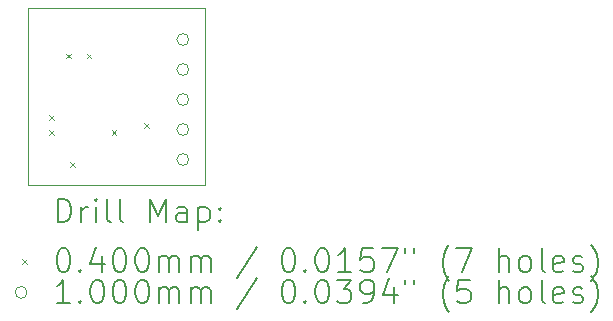
<source format=gbr>
%TF.GenerationSoftware,KiCad,Pcbnew,7.0.9*%
%TF.CreationDate,2023-11-12T22:26:37-08:00*%
%TF.ProjectId,TimeRecordingButton,54696d65-5265-4636-9f72-64696e674275,rev?*%
%TF.SameCoordinates,Original*%
%TF.FileFunction,Drillmap*%
%TF.FilePolarity,Positive*%
%FSLAX45Y45*%
G04 Gerber Fmt 4.5, Leading zero omitted, Abs format (unit mm)*
G04 Created by KiCad (PCBNEW 7.0.9) date 2023-11-12 22:26:37*
%MOMM*%
%LPD*%
G01*
G04 APERTURE LIST*
%ADD10C,0.100000*%
%ADD11C,0.200000*%
G04 APERTURE END LIST*
D10*
X9966812Y-10201863D02*
X11466812Y-10201863D01*
X11466812Y-11701863D01*
X9966812Y-11701863D01*
X9966812Y-10201863D01*
D11*
D10*
X10147743Y-11109364D02*
X10187743Y-11149364D01*
X10187743Y-11109364D02*
X10147743Y-11149364D01*
X10147743Y-11236364D02*
X10187743Y-11276364D01*
X10187743Y-11236364D02*
X10147743Y-11276364D01*
X10294420Y-10588604D02*
X10334420Y-10628604D01*
X10334420Y-10588604D02*
X10294420Y-10628604D01*
X10329862Y-11510452D02*
X10369862Y-11550452D01*
X10369862Y-11510452D02*
X10329862Y-11550452D01*
X10466920Y-10588604D02*
X10506920Y-10628604D01*
X10506920Y-10588604D02*
X10466920Y-10628604D01*
X10678042Y-11236364D02*
X10718042Y-11276364D01*
X10718042Y-11236364D02*
X10678042Y-11276364D01*
X10953549Y-11176296D02*
X10993549Y-11216296D01*
X10993549Y-11176296D02*
X10953549Y-11216296D01*
X11331230Y-10469402D02*
G75*
G03*
X11331230Y-10469402I-50000J0D01*
G01*
X11331230Y-10723402D02*
G75*
G03*
X11331230Y-10723402I-50000J0D01*
G01*
X11331230Y-10977402D02*
G75*
G03*
X11331230Y-10977402I-50000J0D01*
G01*
X11331230Y-11231402D02*
G75*
G03*
X11331230Y-11231402I-50000J0D01*
G01*
X11331230Y-11485402D02*
G75*
G03*
X11331230Y-11485402I-50000J0D01*
G01*
D11*
X10222589Y-12018346D02*
X10222589Y-11818346D01*
X10222589Y-11818346D02*
X10270208Y-11818346D01*
X10270208Y-11818346D02*
X10298779Y-11827870D01*
X10298779Y-11827870D02*
X10317827Y-11846918D01*
X10317827Y-11846918D02*
X10327351Y-11865965D01*
X10327351Y-11865965D02*
X10336875Y-11904061D01*
X10336875Y-11904061D02*
X10336875Y-11932632D01*
X10336875Y-11932632D02*
X10327351Y-11970727D01*
X10327351Y-11970727D02*
X10317827Y-11989775D01*
X10317827Y-11989775D02*
X10298779Y-12008823D01*
X10298779Y-12008823D02*
X10270208Y-12018346D01*
X10270208Y-12018346D02*
X10222589Y-12018346D01*
X10422589Y-12018346D02*
X10422589Y-11885013D01*
X10422589Y-11923108D02*
X10432113Y-11904061D01*
X10432113Y-11904061D02*
X10441637Y-11894537D01*
X10441637Y-11894537D02*
X10460684Y-11885013D01*
X10460684Y-11885013D02*
X10479732Y-11885013D01*
X10546398Y-12018346D02*
X10546398Y-11885013D01*
X10546398Y-11818346D02*
X10536875Y-11827870D01*
X10536875Y-11827870D02*
X10546398Y-11837394D01*
X10546398Y-11837394D02*
X10555922Y-11827870D01*
X10555922Y-11827870D02*
X10546398Y-11818346D01*
X10546398Y-11818346D02*
X10546398Y-11837394D01*
X10670208Y-12018346D02*
X10651160Y-12008823D01*
X10651160Y-12008823D02*
X10641637Y-11989775D01*
X10641637Y-11989775D02*
X10641637Y-11818346D01*
X10774970Y-12018346D02*
X10755922Y-12008823D01*
X10755922Y-12008823D02*
X10746398Y-11989775D01*
X10746398Y-11989775D02*
X10746398Y-11818346D01*
X11003541Y-12018346D02*
X11003541Y-11818346D01*
X11003541Y-11818346D02*
X11070208Y-11961203D01*
X11070208Y-11961203D02*
X11136875Y-11818346D01*
X11136875Y-11818346D02*
X11136875Y-12018346D01*
X11317827Y-12018346D02*
X11317827Y-11913584D01*
X11317827Y-11913584D02*
X11308303Y-11894537D01*
X11308303Y-11894537D02*
X11289256Y-11885013D01*
X11289256Y-11885013D02*
X11251160Y-11885013D01*
X11251160Y-11885013D02*
X11232113Y-11894537D01*
X11317827Y-12008823D02*
X11298779Y-12018346D01*
X11298779Y-12018346D02*
X11251160Y-12018346D01*
X11251160Y-12018346D02*
X11232113Y-12008823D01*
X11232113Y-12008823D02*
X11222589Y-11989775D01*
X11222589Y-11989775D02*
X11222589Y-11970727D01*
X11222589Y-11970727D02*
X11232113Y-11951680D01*
X11232113Y-11951680D02*
X11251160Y-11942156D01*
X11251160Y-11942156D02*
X11298779Y-11942156D01*
X11298779Y-11942156D02*
X11317827Y-11932632D01*
X11413065Y-11885013D02*
X11413065Y-12085013D01*
X11413065Y-11894537D02*
X11432113Y-11885013D01*
X11432113Y-11885013D02*
X11470208Y-11885013D01*
X11470208Y-11885013D02*
X11489256Y-11894537D01*
X11489256Y-11894537D02*
X11498779Y-11904061D01*
X11498779Y-11904061D02*
X11508303Y-11923108D01*
X11508303Y-11923108D02*
X11508303Y-11980251D01*
X11508303Y-11980251D02*
X11498779Y-11999299D01*
X11498779Y-11999299D02*
X11489256Y-12008823D01*
X11489256Y-12008823D02*
X11470208Y-12018346D01*
X11470208Y-12018346D02*
X11432113Y-12018346D01*
X11432113Y-12018346D02*
X11413065Y-12008823D01*
X11594017Y-11999299D02*
X11603541Y-12008823D01*
X11603541Y-12008823D02*
X11594017Y-12018346D01*
X11594017Y-12018346D02*
X11584494Y-12008823D01*
X11584494Y-12008823D02*
X11594017Y-11999299D01*
X11594017Y-11999299D02*
X11594017Y-12018346D01*
X11594017Y-11894537D02*
X11603541Y-11904061D01*
X11603541Y-11904061D02*
X11594017Y-11913584D01*
X11594017Y-11913584D02*
X11584494Y-11904061D01*
X11584494Y-11904061D02*
X11594017Y-11894537D01*
X11594017Y-11894537D02*
X11594017Y-11913584D01*
D10*
X9921812Y-12326863D02*
X9961812Y-12366863D01*
X9961812Y-12326863D02*
X9921812Y-12366863D01*
D11*
X10260684Y-12238346D02*
X10279732Y-12238346D01*
X10279732Y-12238346D02*
X10298779Y-12247870D01*
X10298779Y-12247870D02*
X10308303Y-12257394D01*
X10308303Y-12257394D02*
X10317827Y-12276442D01*
X10317827Y-12276442D02*
X10327351Y-12314537D01*
X10327351Y-12314537D02*
X10327351Y-12362156D01*
X10327351Y-12362156D02*
X10317827Y-12400251D01*
X10317827Y-12400251D02*
X10308303Y-12419299D01*
X10308303Y-12419299D02*
X10298779Y-12428823D01*
X10298779Y-12428823D02*
X10279732Y-12438346D01*
X10279732Y-12438346D02*
X10260684Y-12438346D01*
X10260684Y-12438346D02*
X10241637Y-12428823D01*
X10241637Y-12428823D02*
X10232113Y-12419299D01*
X10232113Y-12419299D02*
X10222589Y-12400251D01*
X10222589Y-12400251D02*
X10213065Y-12362156D01*
X10213065Y-12362156D02*
X10213065Y-12314537D01*
X10213065Y-12314537D02*
X10222589Y-12276442D01*
X10222589Y-12276442D02*
X10232113Y-12257394D01*
X10232113Y-12257394D02*
X10241637Y-12247870D01*
X10241637Y-12247870D02*
X10260684Y-12238346D01*
X10413065Y-12419299D02*
X10422589Y-12428823D01*
X10422589Y-12428823D02*
X10413065Y-12438346D01*
X10413065Y-12438346D02*
X10403541Y-12428823D01*
X10403541Y-12428823D02*
X10413065Y-12419299D01*
X10413065Y-12419299D02*
X10413065Y-12438346D01*
X10594018Y-12305013D02*
X10594018Y-12438346D01*
X10546398Y-12228823D02*
X10498779Y-12371680D01*
X10498779Y-12371680D02*
X10622589Y-12371680D01*
X10736875Y-12238346D02*
X10755922Y-12238346D01*
X10755922Y-12238346D02*
X10774970Y-12247870D01*
X10774970Y-12247870D02*
X10784494Y-12257394D01*
X10784494Y-12257394D02*
X10794018Y-12276442D01*
X10794018Y-12276442D02*
X10803541Y-12314537D01*
X10803541Y-12314537D02*
X10803541Y-12362156D01*
X10803541Y-12362156D02*
X10794018Y-12400251D01*
X10794018Y-12400251D02*
X10784494Y-12419299D01*
X10784494Y-12419299D02*
X10774970Y-12428823D01*
X10774970Y-12428823D02*
X10755922Y-12438346D01*
X10755922Y-12438346D02*
X10736875Y-12438346D01*
X10736875Y-12438346D02*
X10717827Y-12428823D01*
X10717827Y-12428823D02*
X10708303Y-12419299D01*
X10708303Y-12419299D02*
X10698779Y-12400251D01*
X10698779Y-12400251D02*
X10689256Y-12362156D01*
X10689256Y-12362156D02*
X10689256Y-12314537D01*
X10689256Y-12314537D02*
X10698779Y-12276442D01*
X10698779Y-12276442D02*
X10708303Y-12257394D01*
X10708303Y-12257394D02*
X10717827Y-12247870D01*
X10717827Y-12247870D02*
X10736875Y-12238346D01*
X10927351Y-12238346D02*
X10946399Y-12238346D01*
X10946399Y-12238346D02*
X10965446Y-12247870D01*
X10965446Y-12247870D02*
X10974970Y-12257394D01*
X10974970Y-12257394D02*
X10984494Y-12276442D01*
X10984494Y-12276442D02*
X10994018Y-12314537D01*
X10994018Y-12314537D02*
X10994018Y-12362156D01*
X10994018Y-12362156D02*
X10984494Y-12400251D01*
X10984494Y-12400251D02*
X10974970Y-12419299D01*
X10974970Y-12419299D02*
X10965446Y-12428823D01*
X10965446Y-12428823D02*
X10946399Y-12438346D01*
X10946399Y-12438346D02*
X10927351Y-12438346D01*
X10927351Y-12438346D02*
X10908303Y-12428823D01*
X10908303Y-12428823D02*
X10898779Y-12419299D01*
X10898779Y-12419299D02*
X10889256Y-12400251D01*
X10889256Y-12400251D02*
X10879732Y-12362156D01*
X10879732Y-12362156D02*
X10879732Y-12314537D01*
X10879732Y-12314537D02*
X10889256Y-12276442D01*
X10889256Y-12276442D02*
X10898779Y-12257394D01*
X10898779Y-12257394D02*
X10908303Y-12247870D01*
X10908303Y-12247870D02*
X10927351Y-12238346D01*
X11079732Y-12438346D02*
X11079732Y-12305013D01*
X11079732Y-12324061D02*
X11089256Y-12314537D01*
X11089256Y-12314537D02*
X11108303Y-12305013D01*
X11108303Y-12305013D02*
X11136875Y-12305013D01*
X11136875Y-12305013D02*
X11155922Y-12314537D01*
X11155922Y-12314537D02*
X11165446Y-12333584D01*
X11165446Y-12333584D02*
X11165446Y-12438346D01*
X11165446Y-12333584D02*
X11174970Y-12314537D01*
X11174970Y-12314537D02*
X11194017Y-12305013D01*
X11194017Y-12305013D02*
X11222589Y-12305013D01*
X11222589Y-12305013D02*
X11241637Y-12314537D01*
X11241637Y-12314537D02*
X11251160Y-12333584D01*
X11251160Y-12333584D02*
X11251160Y-12438346D01*
X11346398Y-12438346D02*
X11346398Y-12305013D01*
X11346398Y-12324061D02*
X11355922Y-12314537D01*
X11355922Y-12314537D02*
X11374970Y-12305013D01*
X11374970Y-12305013D02*
X11403541Y-12305013D01*
X11403541Y-12305013D02*
X11422589Y-12314537D01*
X11422589Y-12314537D02*
X11432113Y-12333584D01*
X11432113Y-12333584D02*
X11432113Y-12438346D01*
X11432113Y-12333584D02*
X11441637Y-12314537D01*
X11441637Y-12314537D02*
X11460684Y-12305013D01*
X11460684Y-12305013D02*
X11489256Y-12305013D01*
X11489256Y-12305013D02*
X11508303Y-12314537D01*
X11508303Y-12314537D02*
X11517827Y-12333584D01*
X11517827Y-12333584D02*
X11517827Y-12438346D01*
X11908303Y-12228823D02*
X11736875Y-12485965D01*
X12165446Y-12238346D02*
X12184494Y-12238346D01*
X12184494Y-12238346D02*
X12203541Y-12247870D01*
X12203541Y-12247870D02*
X12213065Y-12257394D01*
X12213065Y-12257394D02*
X12222589Y-12276442D01*
X12222589Y-12276442D02*
X12232113Y-12314537D01*
X12232113Y-12314537D02*
X12232113Y-12362156D01*
X12232113Y-12362156D02*
X12222589Y-12400251D01*
X12222589Y-12400251D02*
X12213065Y-12419299D01*
X12213065Y-12419299D02*
X12203541Y-12428823D01*
X12203541Y-12428823D02*
X12184494Y-12438346D01*
X12184494Y-12438346D02*
X12165446Y-12438346D01*
X12165446Y-12438346D02*
X12146399Y-12428823D01*
X12146399Y-12428823D02*
X12136875Y-12419299D01*
X12136875Y-12419299D02*
X12127351Y-12400251D01*
X12127351Y-12400251D02*
X12117827Y-12362156D01*
X12117827Y-12362156D02*
X12117827Y-12314537D01*
X12117827Y-12314537D02*
X12127351Y-12276442D01*
X12127351Y-12276442D02*
X12136875Y-12257394D01*
X12136875Y-12257394D02*
X12146399Y-12247870D01*
X12146399Y-12247870D02*
X12165446Y-12238346D01*
X12317827Y-12419299D02*
X12327351Y-12428823D01*
X12327351Y-12428823D02*
X12317827Y-12438346D01*
X12317827Y-12438346D02*
X12308303Y-12428823D01*
X12308303Y-12428823D02*
X12317827Y-12419299D01*
X12317827Y-12419299D02*
X12317827Y-12438346D01*
X12451160Y-12238346D02*
X12470208Y-12238346D01*
X12470208Y-12238346D02*
X12489256Y-12247870D01*
X12489256Y-12247870D02*
X12498780Y-12257394D01*
X12498780Y-12257394D02*
X12508303Y-12276442D01*
X12508303Y-12276442D02*
X12517827Y-12314537D01*
X12517827Y-12314537D02*
X12517827Y-12362156D01*
X12517827Y-12362156D02*
X12508303Y-12400251D01*
X12508303Y-12400251D02*
X12498780Y-12419299D01*
X12498780Y-12419299D02*
X12489256Y-12428823D01*
X12489256Y-12428823D02*
X12470208Y-12438346D01*
X12470208Y-12438346D02*
X12451160Y-12438346D01*
X12451160Y-12438346D02*
X12432113Y-12428823D01*
X12432113Y-12428823D02*
X12422589Y-12419299D01*
X12422589Y-12419299D02*
X12413065Y-12400251D01*
X12413065Y-12400251D02*
X12403541Y-12362156D01*
X12403541Y-12362156D02*
X12403541Y-12314537D01*
X12403541Y-12314537D02*
X12413065Y-12276442D01*
X12413065Y-12276442D02*
X12422589Y-12257394D01*
X12422589Y-12257394D02*
X12432113Y-12247870D01*
X12432113Y-12247870D02*
X12451160Y-12238346D01*
X12708303Y-12438346D02*
X12594018Y-12438346D01*
X12651160Y-12438346D02*
X12651160Y-12238346D01*
X12651160Y-12238346D02*
X12632113Y-12266918D01*
X12632113Y-12266918D02*
X12613065Y-12285965D01*
X12613065Y-12285965D02*
X12594018Y-12295489D01*
X12889256Y-12238346D02*
X12794018Y-12238346D01*
X12794018Y-12238346D02*
X12784494Y-12333584D01*
X12784494Y-12333584D02*
X12794018Y-12324061D01*
X12794018Y-12324061D02*
X12813065Y-12314537D01*
X12813065Y-12314537D02*
X12860684Y-12314537D01*
X12860684Y-12314537D02*
X12879732Y-12324061D01*
X12879732Y-12324061D02*
X12889256Y-12333584D01*
X12889256Y-12333584D02*
X12898780Y-12352632D01*
X12898780Y-12352632D02*
X12898780Y-12400251D01*
X12898780Y-12400251D02*
X12889256Y-12419299D01*
X12889256Y-12419299D02*
X12879732Y-12428823D01*
X12879732Y-12428823D02*
X12860684Y-12438346D01*
X12860684Y-12438346D02*
X12813065Y-12438346D01*
X12813065Y-12438346D02*
X12794018Y-12428823D01*
X12794018Y-12428823D02*
X12784494Y-12419299D01*
X12965446Y-12238346D02*
X13098780Y-12238346D01*
X13098780Y-12238346D02*
X13013065Y-12438346D01*
X13165446Y-12238346D02*
X13165446Y-12276442D01*
X13241637Y-12238346D02*
X13241637Y-12276442D01*
X13536875Y-12514537D02*
X13527351Y-12505013D01*
X13527351Y-12505013D02*
X13508303Y-12476442D01*
X13508303Y-12476442D02*
X13498780Y-12457394D01*
X13498780Y-12457394D02*
X13489256Y-12428823D01*
X13489256Y-12428823D02*
X13479732Y-12381203D01*
X13479732Y-12381203D02*
X13479732Y-12343108D01*
X13479732Y-12343108D02*
X13489256Y-12295489D01*
X13489256Y-12295489D02*
X13498780Y-12266918D01*
X13498780Y-12266918D02*
X13508303Y-12247870D01*
X13508303Y-12247870D02*
X13527351Y-12219299D01*
X13527351Y-12219299D02*
X13536875Y-12209775D01*
X13594018Y-12238346D02*
X13727351Y-12238346D01*
X13727351Y-12238346D02*
X13641637Y-12438346D01*
X13955923Y-12438346D02*
X13955923Y-12238346D01*
X14041637Y-12438346D02*
X14041637Y-12333584D01*
X14041637Y-12333584D02*
X14032113Y-12314537D01*
X14032113Y-12314537D02*
X14013065Y-12305013D01*
X14013065Y-12305013D02*
X13984494Y-12305013D01*
X13984494Y-12305013D02*
X13965446Y-12314537D01*
X13965446Y-12314537D02*
X13955923Y-12324061D01*
X14165446Y-12438346D02*
X14146399Y-12428823D01*
X14146399Y-12428823D02*
X14136875Y-12419299D01*
X14136875Y-12419299D02*
X14127351Y-12400251D01*
X14127351Y-12400251D02*
X14127351Y-12343108D01*
X14127351Y-12343108D02*
X14136875Y-12324061D01*
X14136875Y-12324061D02*
X14146399Y-12314537D01*
X14146399Y-12314537D02*
X14165446Y-12305013D01*
X14165446Y-12305013D02*
X14194018Y-12305013D01*
X14194018Y-12305013D02*
X14213065Y-12314537D01*
X14213065Y-12314537D02*
X14222589Y-12324061D01*
X14222589Y-12324061D02*
X14232113Y-12343108D01*
X14232113Y-12343108D02*
X14232113Y-12400251D01*
X14232113Y-12400251D02*
X14222589Y-12419299D01*
X14222589Y-12419299D02*
X14213065Y-12428823D01*
X14213065Y-12428823D02*
X14194018Y-12438346D01*
X14194018Y-12438346D02*
X14165446Y-12438346D01*
X14346399Y-12438346D02*
X14327351Y-12428823D01*
X14327351Y-12428823D02*
X14317827Y-12409775D01*
X14317827Y-12409775D02*
X14317827Y-12238346D01*
X14498780Y-12428823D02*
X14479732Y-12438346D01*
X14479732Y-12438346D02*
X14441637Y-12438346D01*
X14441637Y-12438346D02*
X14422589Y-12428823D01*
X14422589Y-12428823D02*
X14413065Y-12409775D01*
X14413065Y-12409775D02*
X14413065Y-12333584D01*
X14413065Y-12333584D02*
X14422589Y-12314537D01*
X14422589Y-12314537D02*
X14441637Y-12305013D01*
X14441637Y-12305013D02*
X14479732Y-12305013D01*
X14479732Y-12305013D02*
X14498780Y-12314537D01*
X14498780Y-12314537D02*
X14508304Y-12333584D01*
X14508304Y-12333584D02*
X14508304Y-12352632D01*
X14508304Y-12352632D02*
X14413065Y-12371680D01*
X14584494Y-12428823D02*
X14603542Y-12438346D01*
X14603542Y-12438346D02*
X14641637Y-12438346D01*
X14641637Y-12438346D02*
X14660685Y-12428823D01*
X14660685Y-12428823D02*
X14670208Y-12409775D01*
X14670208Y-12409775D02*
X14670208Y-12400251D01*
X14670208Y-12400251D02*
X14660685Y-12381203D01*
X14660685Y-12381203D02*
X14641637Y-12371680D01*
X14641637Y-12371680D02*
X14613065Y-12371680D01*
X14613065Y-12371680D02*
X14594018Y-12362156D01*
X14594018Y-12362156D02*
X14584494Y-12343108D01*
X14584494Y-12343108D02*
X14584494Y-12333584D01*
X14584494Y-12333584D02*
X14594018Y-12314537D01*
X14594018Y-12314537D02*
X14613065Y-12305013D01*
X14613065Y-12305013D02*
X14641637Y-12305013D01*
X14641637Y-12305013D02*
X14660685Y-12314537D01*
X14736875Y-12514537D02*
X14746399Y-12505013D01*
X14746399Y-12505013D02*
X14765446Y-12476442D01*
X14765446Y-12476442D02*
X14774970Y-12457394D01*
X14774970Y-12457394D02*
X14784494Y-12428823D01*
X14784494Y-12428823D02*
X14794018Y-12381203D01*
X14794018Y-12381203D02*
X14794018Y-12343108D01*
X14794018Y-12343108D02*
X14784494Y-12295489D01*
X14784494Y-12295489D02*
X14774970Y-12266918D01*
X14774970Y-12266918D02*
X14765446Y-12247870D01*
X14765446Y-12247870D02*
X14746399Y-12219299D01*
X14746399Y-12219299D02*
X14736875Y-12209775D01*
D10*
X9961812Y-12610863D02*
G75*
G03*
X9961812Y-12610863I-50000J0D01*
G01*
D11*
X10327351Y-12702346D02*
X10213065Y-12702346D01*
X10270208Y-12702346D02*
X10270208Y-12502346D01*
X10270208Y-12502346D02*
X10251160Y-12530918D01*
X10251160Y-12530918D02*
X10232113Y-12549965D01*
X10232113Y-12549965D02*
X10213065Y-12559489D01*
X10413065Y-12683299D02*
X10422589Y-12692823D01*
X10422589Y-12692823D02*
X10413065Y-12702346D01*
X10413065Y-12702346D02*
X10403541Y-12692823D01*
X10403541Y-12692823D02*
X10413065Y-12683299D01*
X10413065Y-12683299D02*
X10413065Y-12702346D01*
X10546398Y-12502346D02*
X10565446Y-12502346D01*
X10565446Y-12502346D02*
X10584494Y-12511870D01*
X10584494Y-12511870D02*
X10594018Y-12521394D01*
X10594018Y-12521394D02*
X10603541Y-12540442D01*
X10603541Y-12540442D02*
X10613065Y-12578537D01*
X10613065Y-12578537D02*
X10613065Y-12626156D01*
X10613065Y-12626156D02*
X10603541Y-12664251D01*
X10603541Y-12664251D02*
X10594018Y-12683299D01*
X10594018Y-12683299D02*
X10584494Y-12692823D01*
X10584494Y-12692823D02*
X10565446Y-12702346D01*
X10565446Y-12702346D02*
X10546398Y-12702346D01*
X10546398Y-12702346D02*
X10527351Y-12692823D01*
X10527351Y-12692823D02*
X10517827Y-12683299D01*
X10517827Y-12683299D02*
X10508303Y-12664251D01*
X10508303Y-12664251D02*
X10498779Y-12626156D01*
X10498779Y-12626156D02*
X10498779Y-12578537D01*
X10498779Y-12578537D02*
X10508303Y-12540442D01*
X10508303Y-12540442D02*
X10517827Y-12521394D01*
X10517827Y-12521394D02*
X10527351Y-12511870D01*
X10527351Y-12511870D02*
X10546398Y-12502346D01*
X10736875Y-12502346D02*
X10755922Y-12502346D01*
X10755922Y-12502346D02*
X10774970Y-12511870D01*
X10774970Y-12511870D02*
X10784494Y-12521394D01*
X10784494Y-12521394D02*
X10794018Y-12540442D01*
X10794018Y-12540442D02*
X10803541Y-12578537D01*
X10803541Y-12578537D02*
X10803541Y-12626156D01*
X10803541Y-12626156D02*
X10794018Y-12664251D01*
X10794018Y-12664251D02*
X10784494Y-12683299D01*
X10784494Y-12683299D02*
X10774970Y-12692823D01*
X10774970Y-12692823D02*
X10755922Y-12702346D01*
X10755922Y-12702346D02*
X10736875Y-12702346D01*
X10736875Y-12702346D02*
X10717827Y-12692823D01*
X10717827Y-12692823D02*
X10708303Y-12683299D01*
X10708303Y-12683299D02*
X10698779Y-12664251D01*
X10698779Y-12664251D02*
X10689256Y-12626156D01*
X10689256Y-12626156D02*
X10689256Y-12578537D01*
X10689256Y-12578537D02*
X10698779Y-12540442D01*
X10698779Y-12540442D02*
X10708303Y-12521394D01*
X10708303Y-12521394D02*
X10717827Y-12511870D01*
X10717827Y-12511870D02*
X10736875Y-12502346D01*
X10927351Y-12502346D02*
X10946399Y-12502346D01*
X10946399Y-12502346D02*
X10965446Y-12511870D01*
X10965446Y-12511870D02*
X10974970Y-12521394D01*
X10974970Y-12521394D02*
X10984494Y-12540442D01*
X10984494Y-12540442D02*
X10994018Y-12578537D01*
X10994018Y-12578537D02*
X10994018Y-12626156D01*
X10994018Y-12626156D02*
X10984494Y-12664251D01*
X10984494Y-12664251D02*
X10974970Y-12683299D01*
X10974970Y-12683299D02*
X10965446Y-12692823D01*
X10965446Y-12692823D02*
X10946399Y-12702346D01*
X10946399Y-12702346D02*
X10927351Y-12702346D01*
X10927351Y-12702346D02*
X10908303Y-12692823D01*
X10908303Y-12692823D02*
X10898779Y-12683299D01*
X10898779Y-12683299D02*
X10889256Y-12664251D01*
X10889256Y-12664251D02*
X10879732Y-12626156D01*
X10879732Y-12626156D02*
X10879732Y-12578537D01*
X10879732Y-12578537D02*
X10889256Y-12540442D01*
X10889256Y-12540442D02*
X10898779Y-12521394D01*
X10898779Y-12521394D02*
X10908303Y-12511870D01*
X10908303Y-12511870D02*
X10927351Y-12502346D01*
X11079732Y-12702346D02*
X11079732Y-12569013D01*
X11079732Y-12588061D02*
X11089256Y-12578537D01*
X11089256Y-12578537D02*
X11108303Y-12569013D01*
X11108303Y-12569013D02*
X11136875Y-12569013D01*
X11136875Y-12569013D02*
X11155922Y-12578537D01*
X11155922Y-12578537D02*
X11165446Y-12597584D01*
X11165446Y-12597584D02*
X11165446Y-12702346D01*
X11165446Y-12597584D02*
X11174970Y-12578537D01*
X11174970Y-12578537D02*
X11194017Y-12569013D01*
X11194017Y-12569013D02*
X11222589Y-12569013D01*
X11222589Y-12569013D02*
X11241637Y-12578537D01*
X11241637Y-12578537D02*
X11251160Y-12597584D01*
X11251160Y-12597584D02*
X11251160Y-12702346D01*
X11346398Y-12702346D02*
X11346398Y-12569013D01*
X11346398Y-12588061D02*
X11355922Y-12578537D01*
X11355922Y-12578537D02*
X11374970Y-12569013D01*
X11374970Y-12569013D02*
X11403541Y-12569013D01*
X11403541Y-12569013D02*
X11422589Y-12578537D01*
X11422589Y-12578537D02*
X11432113Y-12597584D01*
X11432113Y-12597584D02*
X11432113Y-12702346D01*
X11432113Y-12597584D02*
X11441637Y-12578537D01*
X11441637Y-12578537D02*
X11460684Y-12569013D01*
X11460684Y-12569013D02*
X11489256Y-12569013D01*
X11489256Y-12569013D02*
X11508303Y-12578537D01*
X11508303Y-12578537D02*
X11517827Y-12597584D01*
X11517827Y-12597584D02*
X11517827Y-12702346D01*
X11908303Y-12492823D02*
X11736875Y-12749965D01*
X12165446Y-12502346D02*
X12184494Y-12502346D01*
X12184494Y-12502346D02*
X12203541Y-12511870D01*
X12203541Y-12511870D02*
X12213065Y-12521394D01*
X12213065Y-12521394D02*
X12222589Y-12540442D01*
X12222589Y-12540442D02*
X12232113Y-12578537D01*
X12232113Y-12578537D02*
X12232113Y-12626156D01*
X12232113Y-12626156D02*
X12222589Y-12664251D01*
X12222589Y-12664251D02*
X12213065Y-12683299D01*
X12213065Y-12683299D02*
X12203541Y-12692823D01*
X12203541Y-12692823D02*
X12184494Y-12702346D01*
X12184494Y-12702346D02*
X12165446Y-12702346D01*
X12165446Y-12702346D02*
X12146399Y-12692823D01*
X12146399Y-12692823D02*
X12136875Y-12683299D01*
X12136875Y-12683299D02*
X12127351Y-12664251D01*
X12127351Y-12664251D02*
X12117827Y-12626156D01*
X12117827Y-12626156D02*
X12117827Y-12578537D01*
X12117827Y-12578537D02*
X12127351Y-12540442D01*
X12127351Y-12540442D02*
X12136875Y-12521394D01*
X12136875Y-12521394D02*
X12146399Y-12511870D01*
X12146399Y-12511870D02*
X12165446Y-12502346D01*
X12317827Y-12683299D02*
X12327351Y-12692823D01*
X12327351Y-12692823D02*
X12317827Y-12702346D01*
X12317827Y-12702346D02*
X12308303Y-12692823D01*
X12308303Y-12692823D02*
X12317827Y-12683299D01*
X12317827Y-12683299D02*
X12317827Y-12702346D01*
X12451160Y-12502346D02*
X12470208Y-12502346D01*
X12470208Y-12502346D02*
X12489256Y-12511870D01*
X12489256Y-12511870D02*
X12498780Y-12521394D01*
X12498780Y-12521394D02*
X12508303Y-12540442D01*
X12508303Y-12540442D02*
X12517827Y-12578537D01*
X12517827Y-12578537D02*
X12517827Y-12626156D01*
X12517827Y-12626156D02*
X12508303Y-12664251D01*
X12508303Y-12664251D02*
X12498780Y-12683299D01*
X12498780Y-12683299D02*
X12489256Y-12692823D01*
X12489256Y-12692823D02*
X12470208Y-12702346D01*
X12470208Y-12702346D02*
X12451160Y-12702346D01*
X12451160Y-12702346D02*
X12432113Y-12692823D01*
X12432113Y-12692823D02*
X12422589Y-12683299D01*
X12422589Y-12683299D02*
X12413065Y-12664251D01*
X12413065Y-12664251D02*
X12403541Y-12626156D01*
X12403541Y-12626156D02*
X12403541Y-12578537D01*
X12403541Y-12578537D02*
X12413065Y-12540442D01*
X12413065Y-12540442D02*
X12422589Y-12521394D01*
X12422589Y-12521394D02*
X12432113Y-12511870D01*
X12432113Y-12511870D02*
X12451160Y-12502346D01*
X12584494Y-12502346D02*
X12708303Y-12502346D01*
X12708303Y-12502346D02*
X12641637Y-12578537D01*
X12641637Y-12578537D02*
X12670208Y-12578537D01*
X12670208Y-12578537D02*
X12689256Y-12588061D01*
X12689256Y-12588061D02*
X12698780Y-12597584D01*
X12698780Y-12597584D02*
X12708303Y-12616632D01*
X12708303Y-12616632D02*
X12708303Y-12664251D01*
X12708303Y-12664251D02*
X12698780Y-12683299D01*
X12698780Y-12683299D02*
X12689256Y-12692823D01*
X12689256Y-12692823D02*
X12670208Y-12702346D01*
X12670208Y-12702346D02*
X12613065Y-12702346D01*
X12613065Y-12702346D02*
X12594018Y-12692823D01*
X12594018Y-12692823D02*
X12584494Y-12683299D01*
X12803541Y-12702346D02*
X12841637Y-12702346D01*
X12841637Y-12702346D02*
X12860684Y-12692823D01*
X12860684Y-12692823D02*
X12870208Y-12683299D01*
X12870208Y-12683299D02*
X12889256Y-12654727D01*
X12889256Y-12654727D02*
X12898780Y-12616632D01*
X12898780Y-12616632D02*
X12898780Y-12540442D01*
X12898780Y-12540442D02*
X12889256Y-12521394D01*
X12889256Y-12521394D02*
X12879732Y-12511870D01*
X12879732Y-12511870D02*
X12860684Y-12502346D01*
X12860684Y-12502346D02*
X12822589Y-12502346D01*
X12822589Y-12502346D02*
X12803541Y-12511870D01*
X12803541Y-12511870D02*
X12794018Y-12521394D01*
X12794018Y-12521394D02*
X12784494Y-12540442D01*
X12784494Y-12540442D02*
X12784494Y-12588061D01*
X12784494Y-12588061D02*
X12794018Y-12607108D01*
X12794018Y-12607108D02*
X12803541Y-12616632D01*
X12803541Y-12616632D02*
X12822589Y-12626156D01*
X12822589Y-12626156D02*
X12860684Y-12626156D01*
X12860684Y-12626156D02*
X12879732Y-12616632D01*
X12879732Y-12616632D02*
X12889256Y-12607108D01*
X12889256Y-12607108D02*
X12898780Y-12588061D01*
X13070208Y-12569013D02*
X13070208Y-12702346D01*
X13022589Y-12492823D02*
X12974970Y-12635680D01*
X12974970Y-12635680D02*
X13098780Y-12635680D01*
X13165446Y-12502346D02*
X13165446Y-12540442D01*
X13241637Y-12502346D02*
X13241637Y-12540442D01*
X13536875Y-12778537D02*
X13527351Y-12769013D01*
X13527351Y-12769013D02*
X13508303Y-12740442D01*
X13508303Y-12740442D02*
X13498780Y-12721394D01*
X13498780Y-12721394D02*
X13489256Y-12692823D01*
X13489256Y-12692823D02*
X13479732Y-12645203D01*
X13479732Y-12645203D02*
X13479732Y-12607108D01*
X13479732Y-12607108D02*
X13489256Y-12559489D01*
X13489256Y-12559489D02*
X13498780Y-12530918D01*
X13498780Y-12530918D02*
X13508303Y-12511870D01*
X13508303Y-12511870D02*
X13527351Y-12483299D01*
X13527351Y-12483299D02*
X13536875Y-12473775D01*
X13708303Y-12502346D02*
X13613065Y-12502346D01*
X13613065Y-12502346D02*
X13603542Y-12597584D01*
X13603542Y-12597584D02*
X13613065Y-12588061D01*
X13613065Y-12588061D02*
X13632113Y-12578537D01*
X13632113Y-12578537D02*
X13679732Y-12578537D01*
X13679732Y-12578537D02*
X13698780Y-12588061D01*
X13698780Y-12588061D02*
X13708303Y-12597584D01*
X13708303Y-12597584D02*
X13717827Y-12616632D01*
X13717827Y-12616632D02*
X13717827Y-12664251D01*
X13717827Y-12664251D02*
X13708303Y-12683299D01*
X13708303Y-12683299D02*
X13698780Y-12692823D01*
X13698780Y-12692823D02*
X13679732Y-12702346D01*
X13679732Y-12702346D02*
X13632113Y-12702346D01*
X13632113Y-12702346D02*
X13613065Y-12692823D01*
X13613065Y-12692823D02*
X13603542Y-12683299D01*
X13955923Y-12702346D02*
X13955923Y-12502346D01*
X14041637Y-12702346D02*
X14041637Y-12597584D01*
X14041637Y-12597584D02*
X14032113Y-12578537D01*
X14032113Y-12578537D02*
X14013065Y-12569013D01*
X14013065Y-12569013D02*
X13984494Y-12569013D01*
X13984494Y-12569013D02*
X13965446Y-12578537D01*
X13965446Y-12578537D02*
X13955923Y-12588061D01*
X14165446Y-12702346D02*
X14146399Y-12692823D01*
X14146399Y-12692823D02*
X14136875Y-12683299D01*
X14136875Y-12683299D02*
X14127351Y-12664251D01*
X14127351Y-12664251D02*
X14127351Y-12607108D01*
X14127351Y-12607108D02*
X14136875Y-12588061D01*
X14136875Y-12588061D02*
X14146399Y-12578537D01*
X14146399Y-12578537D02*
X14165446Y-12569013D01*
X14165446Y-12569013D02*
X14194018Y-12569013D01*
X14194018Y-12569013D02*
X14213065Y-12578537D01*
X14213065Y-12578537D02*
X14222589Y-12588061D01*
X14222589Y-12588061D02*
X14232113Y-12607108D01*
X14232113Y-12607108D02*
X14232113Y-12664251D01*
X14232113Y-12664251D02*
X14222589Y-12683299D01*
X14222589Y-12683299D02*
X14213065Y-12692823D01*
X14213065Y-12692823D02*
X14194018Y-12702346D01*
X14194018Y-12702346D02*
X14165446Y-12702346D01*
X14346399Y-12702346D02*
X14327351Y-12692823D01*
X14327351Y-12692823D02*
X14317827Y-12673775D01*
X14317827Y-12673775D02*
X14317827Y-12502346D01*
X14498780Y-12692823D02*
X14479732Y-12702346D01*
X14479732Y-12702346D02*
X14441637Y-12702346D01*
X14441637Y-12702346D02*
X14422589Y-12692823D01*
X14422589Y-12692823D02*
X14413065Y-12673775D01*
X14413065Y-12673775D02*
X14413065Y-12597584D01*
X14413065Y-12597584D02*
X14422589Y-12578537D01*
X14422589Y-12578537D02*
X14441637Y-12569013D01*
X14441637Y-12569013D02*
X14479732Y-12569013D01*
X14479732Y-12569013D02*
X14498780Y-12578537D01*
X14498780Y-12578537D02*
X14508304Y-12597584D01*
X14508304Y-12597584D02*
X14508304Y-12616632D01*
X14508304Y-12616632D02*
X14413065Y-12635680D01*
X14584494Y-12692823D02*
X14603542Y-12702346D01*
X14603542Y-12702346D02*
X14641637Y-12702346D01*
X14641637Y-12702346D02*
X14660685Y-12692823D01*
X14660685Y-12692823D02*
X14670208Y-12673775D01*
X14670208Y-12673775D02*
X14670208Y-12664251D01*
X14670208Y-12664251D02*
X14660685Y-12645203D01*
X14660685Y-12645203D02*
X14641637Y-12635680D01*
X14641637Y-12635680D02*
X14613065Y-12635680D01*
X14613065Y-12635680D02*
X14594018Y-12626156D01*
X14594018Y-12626156D02*
X14584494Y-12607108D01*
X14584494Y-12607108D02*
X14584494Y-12597584D01*
X14584494Y-12597584D02*
X14594018Y-12578537D01*
X14594018Y-12578537D02*
X14613065Y-12569013D01*
X14613065Y-12569013D02*
X14641637Y-12569013D01*
X14641637Y-12569013D02*
X14660685Y-12578537D01*
X14736875Y-12778537D02*
X14746399Y-12769013D01*
X14746399Y-12769013D02*
X14765446Y-12740442D01*
X14765446Y-12740442D02*
X14774970Y-12721394D01*
X14774970Y-12721394D02*
X14784494Y-12692823D01*
X14784494Y-12692823D02*
X14794018Y-12645203D01*
X14794018Y-12645203D02*
X14794018Y-12607108D01*
X14794018Y-12607108D02*
X14784494Y-12559489D01*
X14784494Y-12559489D02*
X14774970Y-12530918D01*
X14774970Y-12530918D02*
X14765446Y-12511870D01*
X14765446Y-12511870D02*
X14746399Y-12483299D01*
X14746399Y-12483299D02*
X14736875Y-12473775D01*
M02*

</source>
